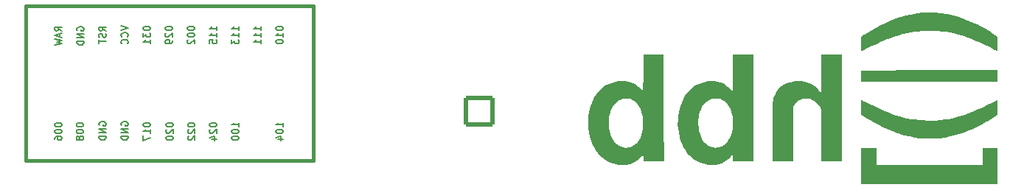
<source format=gbo>
G04 #@! TF.GenerationSoftware,KiCad,Pcbnew,(7.0.0)*
G04 #@! TF.CreationDate,2023-03-07T23:42:06+01:00*
G04 #@! TF.ProjectId,mqz_board,6d717a5f-626f-4617-9264-2e6b69636164,rev?*
G04 #@! TF.SameCoordinates,Original*
G04 #@! TF.FileFunction,Legend,Bot*
G04 #@! TF.FilePolarity,Positive*
%FSLAX46Y46*%
G04 Gerber Fmt 4.6, Leading zero omitted, Abs format (unit mm)*
G04 Created by KiCad (PCBNEW (7.0.0)) date 2023-03-07 23:42:06*
%MOMM*%
%LPD*%
G01*
G04 APERTURE LIST*
G04 Aperture macros list*
%AMRoundRect*
0 Rectangle with rounded corners*
0 $1 Rounding radius*
0 $2 $3 $4 $5 $6 $7 $8 $9 X,Y pos of 4 corners*
0 Add a 4 corners polygon primitive as box body*
4,1,4,$2,$3,$4,$5,$6,$7,$8,$9,$2,$3,0*
0 Add four circle primitives for the rounded corners*
1,1,$1+$1,$2,$3*
1,1,$1+$1,$4,$5*
1,1,$1+$1,$6,$7*
1,1,$1+$1,$8,$9*
0 Add four rect primitives between the rounded corners*
20,1,$1+$1,$2,$3,$4,$5,0*
20,1,$1+$1,$4,$5,$6,$7,0*
20,1,$1+$1,$6,$7,$8,$9,0*
20,1,$1+$1,$8,$9,$2,$3,0*%
G04 Aperture macros list end*
%ADD10C,0.150000*%
%ADD11C,0.381000*%
%ADD12C,1.752600*%
%ADD13O,0.300000X5.800000*%
%ADD14O,2.000000X5.800000*%
%ADD15O,0.300000X1.100000*%
%ADD16O,11.700000X0.300000*%
%ADD17O,11.700000X5.800000*%
%ADD18O,4.500000X1.000000*%
%ADD19O,4.500000X0.300000*%
%ADD20C,1.600000*%
%ADD21O,2.200000X3.500000*%
%ADD22R,1.500000X2.500000*%
%ADD23O,1.500000X2.500000*%
%ADD24R,1.700000X1.700000*%
%ADD25O,1.700000X1.700000*%
%ADD26C,1.700000*%
%ADD27C,3.400000*%
%ADD28C,2.000000*%
%ADD29RoundRect,0.250002X1.499998X-1.499998X1.499998X1.499998X-1.499998X1.499998X-1.499998X-1.499998X0*%
%ADD30C,3.500000*%
G04 APERTURE END LIST*
D10*
X86833904Y-58179475D02*
X86833904Y-57722332D01*
X86833904Y-57950904D02*
X86033904Y-57950904D01*
X86033904Y-57950904D02*
X86148190Y-57874713D01*
X86148190Y-57874713D02*
X86224380Y-57798523D01*
X86224380Y-57798523D02*
X86262476Y-57722332D01*
X86833904Y-58941380D02*
X86833904Y-58484237D01*
X86833904Y-58712809D02*
X86033904Y-58712809D01*
X86033904Y-58712809D02*
X86148190Y-58636618D01*
X86148190Y-58636618D02*
X86224380Y-58560428D01*
X86224380Y-58560428D02*
X86262476Y-58484237D01*
X86033904Y-59665190D02*
X86033904Y-59284238D01*
X86033904Y-59284238D02*
X86414857Y-59246142D01*
X86414857Y-59246142D02*
X86376761Y-59284238D01*
X86376761Y-59284238D02*
X86338666Y-59360428D01*
X86338666Y-59360428D02*
X86338666Y-59550904D01*
X86338666Y-59550904D02*
X86376761Y-59627095D01*
X86376761Y-59627095D02*
X86414857Y-59665190D01*
X86414857Y-59665190D02*
X86491047Y-59703285D01*
X86491047Y-59703285D02*
X86681523Y-59703285D01*
X86681523Y-59703285D02*
X86757714Y-59665190D01*
X86757714Y-59665190D02*
X86795809Y-59627095D01*
X86795809Y-59627095D02*
X86833904Y-59550904D01*
X86833904Y-59550904D02*
X86833904Y-59360428D01*
X86833904Y-59360428D02*
X86795809Y-59284238D01*
X86795809Y-59284238D02*
X86757714Y-59246142D01*
X69053904Y-58223904D02*
X68672952Y-57957237D01*
X69053904Y-57766761D02*
X68253904Y-57766761D01*
X68253904Y-57766761D02*
X68253904Y-58071523D01*
X68253904Y-58071523D02*
X68292000Y-58147713D01*
X68292000Y-58147713D02*
X68330095Y-58185808D01*
X68330095Y-58185808D02*
X68406285Y-58223904D01*
X68406285Y-58223904D02*
X68520571Y-58223904D01*
X68520571Y-58223904D02*
X68596761Y-58185808D01*
X68596761Y-58185808D02*
X68634857Y-58147713D01*
X68634857Y-58147713D02*
X68672952Y-58071523D01*
X68672952Y-58071523D02*
X68672952Y-57766761D01*
X68825333Y-58528665D02*
X68825333Y-58909618D01*
X69053904Y-58452475D02*
X68253904Y-58719142D01*
X68253904Y-58719142D02*
X69053904Y-58985808D01*
X68253904Y-59176284D02*
X69053904Y-59366760D01*
X69053904Y-59366760D02*
X68482476Y-59519141D01*
X68482476Y-59519141D02*
X69053904Y-59671522D01*
X69053904Y-59671522D02*
X68253904Y-59861999D01*
X68253904Y-68987190D02*
X68253904Y-69063380D01*
X68253904Y-69063380D02*
X68292000Y-69139571D01*
X68292000Y-69139571D02*
X68330095Y-69177666D01*
X68330095Y-69177666D02*
X68406285Y-69215761D01*
X68406285Y-69215761D02*
X68558666Y-69253856D01*
X68558666Y-69253856D02*
X68749142Y-69253856D01*
X68749142Y-69253856D02*
X68901523Y-69215761D01*
X68901523Y-69215761D02*
X68977714Y-69177666D01*
X68977714Y-69177666D02*
X69015809Y-69139571D01*
X69015809Y-69139571D02*
X69053904Y-69063380D01*
X69053904Y-69063380D02*
X69053904Y-68987190D01*
X69053904Y-68987190D02*
X69015809Y-68910999D01*
X69015809Y-68910999D02*
X68977714Y-68872904D01*
X68977714Y-68872904D02*
X68901523Y-68834809D01*
X68901523Y-68834809D02*
X68749142Y-68796713D01*
X68749142Y-68796713D02*
X68558666Y-68796713D01*
X68558666Y-68796713D02*
X68406285Y-68834809D01*
X68406285Y-68834809D02*
X68330095Y-68872904D01*
X68330095Y-68872904D02*
X68292000Y-68910999D01*
X68292000Y-68910999D02*
X68253904Y-68987190D01*
X68253904Y-69749095D02*
X68253904Y-69825285D01*
X68253904Y-69825285D02*
X68292000Y-69901476D01*
X68292000Y-69901476D02*
X68330095Y-69939571D01*
X68330095Y-69939571D02*
X68406285Y-69977666D01*
X68406285Y-69977666D02*
X68558666Y-70015761D01*
X68558666Y-70015761D02*
X68749142Y-70015761D01*
X68749142Y-70015761D02*
X68901523Y-69977666D01*
X68901523Y-69977666D02*
X68977714Y-69939571D01*
X68977714Y-69939571D02*
X69015809Y-69901476D01*
X69015809Y-69901476D02*
X69053904Y-69825285D01*
X69053904Y-69825285D02*
X69053904Y-69749095D01*
X69053904Y-69749095D02*
X69015809Y-69672904D01*
X69015809Y-69672904D02*
X68977714Y-69634809D01*
X68977714Y-69634809D02*
X68901523Y-69596714D01*
X68901523Y-69596714D02*
X68749142Y-69558618D01*
X68749142Y-69558618D02*
X68558666Y-69558618D01*
X68558666Y-69558618D02*
X68406285Y-69596714D01*
X68406285Y-69596714D02*
X68330095Y-69634809D01*
X68330095Y-69634809D02*
X68292000Y-69672904D01*
X68292000Y-69672904D02*
X68253904Y-69749095D01*
X68253904Y-70701476D02*
X68253904Y-70549095D01*
X68253904Y-70549095D02*
X68292000Y-70472904D01*
X68292000Y-70472904D02*
X68330095Y-70434809D01*
X68330095Y-70434809D02*
X68444380Y-70358619D01*
X68444380Y-70358619D02*
X68596761Y-70320523D01*
X68596761Y-70320523D02*
X68901523Y-70320523D01*
X68901523Y-70320523D02*
X68977714Y-70358619D01*
X68977714Y-70358619D02*
X69015809Y-70396714D01*
X69015809Y-70396714D02*
X69053904Y-70472904D01*
X69053904Y-70472904D02*
X69053904Y-70625285D01*
X69053904Y-70625285D02*
X69015809Y-70701476D01*
X69015809Y-70701476D02*
X68977714Y-70739571D01*
X68977714Y-70739571D02*
X68901523Y-70777666D01*
X68901523Y-70777666D02*
X68711047Y-70777666D01*
X68711047Y-70777666D02*
X68634857Y-70739571D01*
X68634857Y-70739571D02*
X68596761Y-70701476D01*
X68596761Y-70701476D02*
X68558666Y-70625285D01*
X68558666Y-70625285D02*
X68558666Y-70472904D01*
X68558666Y-70472904D02*
X68596761Y-70396714D01*
X68596761Y-70396714D02*
X68634857Y-70358619D01*
X68634857Y-70358619D02*
X68711047Y-70320523D01*
X75912000Y-69101476D02*
X75873904Y-69025286D01*
X75873904Y-69025286D02*
X75873904Y-68911000D01*
X75873904Y-68911000D02*
X75912000Y-68796714D01*
X75912000Y-68796714D02*
X75988190Y-68720524D01*
X75988190Y-68720524D02*
X76064380Y-68682429D01*
X76064380Y-68682429D02*
X76216761Y-68644333D01*
X76216761Y-68644333D02*
X76331047Y-68644333D01*
X76331047Y-68644333D02*
X76483428Y-68682429D01*
X76483428Y-68682429D02*
X76559619Y-68720524D01*
X76559619Y-68720524D02*
X76635809Y-68796714D01*
X76635809Y-68796714D02*
X76673904Y-68911000D01*
X76673904Y-68911000D02*
X76673904Y-68987191D01*
X76673904Y-68987191D02*
X76635809Y-69101476D01*
X76635809Y-69101476D02*
X76597714Y-69139572D01*
X76597714Y-69139572D02*
X76331047Y-69139572D01*
X76331047Y-69139572D02*
X76331047Y-68987191D01*
X76673904Y-69482429D02*
X75873904Y-69482429D01*
X75873904Y-69482429D02*
X76673904Y-69939572D01*
X76673904Y-69939572D02*
X75873904Y-69939572D01*
X76673904Y-70320524D02*
X75873904Y-70320524D01*
X75873904Y-70320524D02*
X75873904Y-70511000D01*
X75873904Y-70511000D02*
X75912000Y-70625286D01*
X75912000Y-70625286D02*
X75988190Y-70701476D01*
X75988190Y-70701476D02*
X76064380Y-70739571D01*
X76064380Y-70739571D02*
X76216761Y-70777667D01*
X76216761Y-70777667D02*
X76331047Y-70777667D01*
X76331047Y-70777667D02*
X76483428Y-70739571D01*
X76483428Y-70739571D02*
X76559619Y-70701476D01*
X76559619Y-70701476D02*
X76635809Y-70625286D01*
X76635809Y-70625286D02*
X76673904Y-70511000D01*
X76673904Y-70511000D02*
X76673904Y-70320524D01*
X83523904Y-68987190D02*
X83523904Y-69063380D01*
X83523904Y-69063380D02*
X83562000Y-69139571D01*
X83562000Y-69139571D02*
X83600095Y-69177666D01*
X83600095Y-69177666D02*
X83676285Y-69215761D01*
X83676285Y-69215761D02*
X83828666Y-69253856D01*
X83828666Y-69253856D02*
X84019142Y-69253856D01*
X84019142Y-69253856D02*
X84171523Y-69215761D01*
X84171523Y-69215761D02*
X84247714Y-69177666D01*
X84247714Y-69177666D02*
X84285809Y-69139571D01*
X84285809Y-69139571D02*
X84323904Y-69063380D01*
X84323904Y-69063380D02*
X84323904Y-68987190D01*
X84323904Y-68987190D02*
X84285809Y-68910999D01*
X84285809Y-68910999D02*
X84247714Y-68872904D01*
X84247714Y-68872904D02*
X84171523Y-68834809D01*
X84171523Y-68834809D02*
X84019142Y-68796713D01*
X84019142Y-68796713D02*
X83828666Y-68796713D01*
X83828666Y-68796713D02*
X83676285Y-68834809D01*
X83676285Y-68834809D02*
X83600095Y-68872904D01*
X83600095Y-68872904D02*
X83562000Y-68910999D01*
X83562000Y-68910999D02*
X83523904Y-68987190D01*
X83600095Y-69558618D02*
X83562000Y-69596714D01*
X83562000Y-69596714D02*
X83523904Y-69672904D01*
X83523904Y-69672904D02*
X83523904Y-69863380D01*
X83523904Y-69863380D02*
X83562000Y-69939571D01*
X83562000Y-69939571D02*
X83600095Y-69977666D01*
X83600095Y-69977666D02*
X83676285Y-70015761D01*
X83676285Y-70015761D02*
X83752476Y-70015761D01*
X83752476Y-70015761D02*
X83866761Y-69977666D01*
X83866761Y-69977666D02*
X84323904Y-69520523D01*
X84323904Y-69520523D02*
X84323904Y-70015761D01*
X83600095Y-70320523D02*
X83562000Y-70358619D01*
X83562000Y-70358619D02*
X83523904Y-70434809D01*
X83523904Y-70434809D02*
X83523904Y-70625285D01*
X83523904Y-70625285D02*
X83562000Y-70701476D01*
X83562000Y-70701476D02*
X83600095Y-70739571D01*
X83600095Y-70739571D02*
X83676285Y-70777666D01*
X83676285Y-70777666D02*
X83752476Y-70777666D01*
X83752476Y-70777666D02*
X83866761Y-70739571D01*
X83866761Y-70739571D02*
X84323904Y-70282428D01*
X84323904Y-70282428D02*
X84323904Y-70777666D01*
X94453904Y-69253856D02*
X94453904Y-68796713D01*
X94453904Y-69025285D02*
X93653904Y-69025285D01*
X93653904Y-69025285D02*
X93768190Y-68949094D01*
X93768190Y-68949094D02*
X93844380Y-68872904D01*
X93844380Y-68872904D02*
X93882476Y-68796713D01*
X93653904Y-69749095D02*
X93653904Y-69825285D01*
X93653904Y-69825285D02*
X93692000Y-69901476D01*
X93692000Y-69901476D02*
X93730095Y-69939571D01*
X93730095Y-69939571D02*
X93806285Y-69977666D01*
X93806285Y-69977666D02*
X93958666Y-70015761D01*
X93958666Y-70015761D02*
X94149142Y-70015761D01*
X94149142Y-70015761D02*
X94301523Y-69977666D01*
X94301523Y-69977666D02*
X94377714Y-69939571D01*
X94377714Y-69939571D02*
X94415809Y-69901476D01*
X94415809Y-69901476D02*
X94453904Y-69825285D01*
X94453904Y-69825285D02*
X94453904Y-69749095D01*
X94453904Y-69749095D02*
X94415809Y-69672904D01*
X94415809Y-69672904D02*
X94377714Y-69634809D01*
X94377714Y-69634809D02*
X94301523Y-69596714D01*
X94301523Y-69596714D02*
X94149142Y-69558618D01*
X94149142Y-69558618D02*
X93958666Y-69558618D01*
X93958666Y-69558618D02*
X93806285Y-69596714D01*
X93806285Y-69596714D02*
X93730095Y-69634809D01*
X93730095Y-69634809D02*
X93692000Y-69672904D01*
X93692000Y-69672904D02*
X93653904Y-69749095D01*
X93920571Y-70701476D02*
X94453904Y-70701476D01*
X93615809Y-70511000D02*
X94187238Y-70320523D01*
X94187238Y-70320523D02*
X94187238Y-70815762D01*
X73372000Y-69101476D02*
X73333904Y-69025286D01*
X73333904Y-69025286D02*
X73333904Y-68911000D01*
X73333904Y-68911000D02*
X73372000Y-68796714D01*
X73372000Y-68796714D02*
X73448190Y-68720524D01*
X73448190Y-68720524D02*
X73524380Y-68682429D01*
X73524380Y-68682429D02*
X73676761Y-68644333D01*
X73676761Y-68644333D02*
X73791047Y-68644333D01*
X73791047Y-68644333D02*
X73943428Y-68682429D01*
X73943428Y-68682429D02*
X74019619Y-68720524D01*
X74019619Y-68720524D02*
X74095809Y-68796714D01*
X74095809Y-68796714D02*
X74133904Y-68911000D01*
X74133904Y-68911000D02*
X74133904Y-68987191D01*
X74133904Y-68987191D02*
X74095809Y-69101476D01*
X74095809Y-69101476D02*
X74057714Y-69139572D01*
X74057714Y-69139572D02*
X73791047Y-69139572D01*
X73791047Y-69139572D02*
X73791047Y-68987191D01*
X74133904Y-69482429D02*
X73333904Y-69482429D01*
X73333904Y-69482429D02*
X74133904Y-69939572D01*
X74133904Y-69939572D02*
X73333904Y-69939572D01*
X74133904Y-70320524D02*
X73333904Y-70320524D01*
X73333904Y-70320524D02*
X73333904Y-70511000D01*
X73333904Y-70511000D02*
X73372000Y-70625286D01*
X73372000Y-70625286D02*
X73448190Y-70701476D01*
X73448190Y-70701476D02*
X73524380Y-70739571D01*
X73524380Y-70739571D02*
X73676761Y-70777667D01*
X73676761Y-70777667D02*
X73791047Y-70777667D01*
X73791047Y-70777667D02*
X73943428Y-70739571D01*
X73943428Y-70739571D02*
X74019619Y-70701476D01*
X74019619Y-70701476D02*
X74095809Y-70625286D01*
X74095809Y-70625286D02*
X74133904Y-70511000D01*
X74133904Y-70511000D02*
X74133904Y-70320524D01*
X78413904Y-57912809D02*
X78413904Y-57988999D01*
X78413904Y-57988999D02*
X78452000Y-58065190D01*
X78452000Y-58065190D02*
X78490095Y-58103285D01*
X78490095Y-58103285D02*
X78566285Y-58141380D01*
X78566285Y-58141380D02*
X78718666Y-58179475D01*
X78718666Y-58179475D02*
X78909142Y-58179475D01*
X78909142Y-58179475D02*
X79061523Y-58141380D01*
X79061523Y-58141380D02*
X79137714Y-58103285D01*
X79137714Y-58103285D02*
X79175809Y-58065190D01*
X79175809Y-58065190D02*
X79213904Y-57988999D01*
X79213904Y-57988999D02*
X79213904Y-57912809D01*
X79213904Y-57912809D02*
X79175809Y-57836618D01*
X79175809Y-57836618D02*
X79137714Y-57798523D01*
X79137714Y-57798523D02*
X79061523Y-57760428D01*
X79061523Y-57760428D02*
X78909142Y-57722332D01*
X78909142Y-57722332D02*
X78718666Y-57722332D01*
X78718666Y-57722332D02*
X78566285Y-57760428D01*
X78566285Y-57760428D02*
X78490095Y-57798523D01*
X78490095Y-57798523D02*
X78452000Y-57836618D01*
X78452000Y-57836618D02*
X78413904Y-57912809D01*
X78413904Y-58446142D02*
X78413904Y-58941380D01*
X78413904Y-58941380D02*
X78718666Y-58674714D01*
X78718666Y-58674714D02*
X78718666Y-58788999D01*
X78718666Y-58788999D02*
X78756761Y-58865190D01*
X78756761Y-58865190D02*
X78794857Y-58903285D01*
X78794857Y-58903285D02*
X78871047Y-58941380D01*
X78871047Y-58941380D02*
X79061523Y-58941380D01*
X79061523Y-58941380D02*
X79137714Y-58903285D01*
X79137714Y-58903285D02*
X79175809Y-58865190D01*
X79175809Y-58865190D02*
X79213904Y-58788999D01*
X79213904Y-58788999D02*
X79213904Y-58560428D01*
X79213904Y-58560428D02*
X79175809Y-58484237D01*
X79175809Y-58484237D02*
X79137714Y-58446142D01*
X79213904Y-59703285D02*
X79213904Y-59246142D01*
X79213904Y-59474714D02*
X78413904Y-59474714D01*
X78413904Y-59474714D02*
X78528190Y-59398523D01*
X78528190Y-59398523D02*
X78604380Y-59322333D01*
X78604380Y-59322333D02*
X78642476Y-59246142D01*
X83493904Y-57912809D02*
X83493904Y-57988999D01*
X83493904Y-57988999D02*
X83532000Y-58065190D01*
X83532000Y-58065190D02*
X83570095Y-58103285D01*
X83570095Y-58103285D02*
X83646285Y-58141380D01*
X83646285Y-58141380D02*
X83798666Y-58179475D01*
X83798666Y-58179475D02*
X83989142Y-58179475D01*
X83989142Y-58179475D02*
X84141523Y-58141380D01*
X84141523Y-58141380D02*
X84217714Y-58103285D01*
X84217714Y-58103285D02*
X84255809Y-58065190D01*
X84255809Y-58065190D02*
X84293904Y-57988999D01*
X84293904Y-57988999D02*
X84293904Y-57912809D01*
X84293904Y-57912809D02*
X84255809Y-57836618D01*
X84255809Y-57836618D02*
X84217714Y-57798523D01*
X84217714Y-57798523D02*
X84141523Y-57760428D01*
X84141523Y-57760428D02*
X83989142Y-57722332D01*
X83989142Y-57722332D02*
X83798666Y-57722332D01*
X83798666Y-57722332D02*
X83646285Y-57760428D01*
X83646285Y-57760428D02*
X83570095Y-57798523D01*
X83570095Y-57798523D02*
X83532000Y-57836618D01*
X83532000Y-57836618D02*
X83493904Y-57912809D01*
X83493904Y-58674714D02*
X83493904Y-58750904D01*
X83493904Y-58750904D02*
X83532000Y-58827095D01*
X83532000Y-58827095D02*
X83570095Y-58865190D01*
X83570095Y-58865190D02*
X83646285Y-58903285D01*
X83646285Y-58903285D02*
X83798666Y-58941380D01*
X83798666Y-58941380D02*
X83989142Y-58941380D01*
X83989142Y-58941380D02*
X84141523Y-58903285D01*
X84141523Y-58903285D02*
X84217714Y-58865190D01*
X84217714Y-58865190D02*
X84255809Y-58827095D01*
X84255809Y-58827095D02*
X84293904Y-58750904D01*
X84293904Y-58750904D02*
X84293904Y-58674714D01*
X84293904Y-58674714D02*
X84255809Y-58598523D01*
X84255809Y-58598523D02*
X84217714Y-58560428D01*
X84217714Y-58560428D02*
X84141523Y-58522333D01*
X84141523Y-58522333D02*
X83989142Y-58484237D01*
X83989142Y-58484237D02*
X83798666Y-58484237D01*
X83798666Y-58484237D02*
X83646285Y-58522333D01*
X83646285Y-58522333D02*
X83570095Y-58560428D01*
X83570095Y-58560428D02*
X83532000Y-58598523D01*
X83532000Y-58598523D02*
X83493904Y-58674714D01*
X83570095Y-59246142D02*
X83532000Y-59284238D01*
X83532000Y-59284238D02*
X83493904Y-59360428D01*
X83493904Y-59360428D02*
X83493904Y-59550904D01*
X83493904Y-59550904D02*
X83532000Y-59627095D01*
X83532000Y-59627095D02*
X83570095Y-59665190D01*
X83570095Y-59665190D02*
X83646285Y-59703285D01*
X83646285Y-59703285D02*
X83722476Y-59703285D01*
X83722476Y-59703285D02*
X83836761Y-59665190D01*
X83836761Y-59665190D02*
X84293904Y-59208047D01*
X84293904Y-59208047D02*
X84293904Y-59703285D01*
X70723904Y-68987190D02*
X70723904Y-69063380D01*
X70723904Y-69063380D02*
X70762000Y-69139571D01*
X70762000Y-69139571D02*
X70800095Y-69177666D01*
X70800095Y-69177666D02*
X70876285Y-69215761D01*
X70876285Y-69215761D02*
X71028666Y-69253856D01*
X71028666Y-69253856D02*
X71219142Y-69253856D01*
X71219142Y-69253856D02*
X71371523Y-69215761D01*
X71371523Y-69215761D02*
X71447714Y-69177666D01*
X71447714Y-69177666D02*
X71485809Y-69139571D01*
X71485809Y-69139571D02*
X71523904Y-69063380D01*
X71523904Y-69063380D02*
X71523904Y-68987190D01*
X71523904Y-68987190D02*
X71485809Y-68910999D01*
X71485809Y-68910999D02*
X71447714Y-68872904D01*
X71447714Y-68872904D02*
X71371523Y-68834809D01*
X71371523Y-68834809D02*
X71219142Y-68796713D01*
X71219142Y-68796713D02*
X71028666Y-68796713D01*
X71028666Y-68796713D02*
X70876285Y-68834809D01*
X70876285Y-68834809D02*
X70800095Y-68872904D01*
X70800095Y-68872904D02*
X70762000Y-68910999D01*
X70762000Y-68910999D02*
X70723904Y-68987190D01*
X70723904Y-69749095D02*
X70723904Y-69825285D01*
X70723904Y-69825285D02*
X70762000Y-69901476D01*
X70762000Y-69901476D02*
X70800095Y-69939571D01*
X70800095Y-69939571D02*
X70876285Y-69977666D01*
X70876285Y-69977666D02*
X71028666Y-70015761D01*
X71028666Y-70015761D02*
X71219142Y-70015761D01*
X71219142Y-70015761D02*
X71371523Y-69977666D01*
X71371523Y-69977666D02*
X71447714Y-69939571D01*
X71447714Y-69939571D02*
X71485809Y-69901476D01*
X71485809Y-69901476D02*
X71523904Y-69825285D01*
X71523904Y-69825285D02*
X71523904Y-69749095D01*
X71523904Y-69749095D02*
X71485809Y-69672904D01*
X71485809Y-69672904D02*
X71447714Y-69634809D01*
X71447714Y-69634809D02*
X71371523Y-69596714D01*
X71371523Y-69596714D02*
X71219142Y-69558618D01*
X71219142Y-69558618D02*
X71028666Y-69558618D01*
X71028666Y-69558618D02*
X70876285Y-69596714D01*
X70876285Y-69596714D02*
X70800095Y-69634809D01*
X70800095Y-69634809D02*
X70762000Y-69672904D01*
X70762000Y-69672904D02*
X70723904Y-69749095D01*
X71066761Y-70472904D02*
X71028666Y-70396714D01*
X71028666Y-70396714D02*
X70990571Y-70358619D01*
X70990571Y-70358619D02*
X70914380Y-70320523D01*
X70914380Y-70320523D02*
X70876285Y-70320523D01*
X70876285Y-70320523D02*
X70800095Y-70358619D01*
X70800095Y-70358619D02*
X70762000Y-70396714D01*
X70762000Y-70396714D02*
X70723904Y-70472904D01*
X70723904Y-70472904D02*
X70723904Y-70625285D01*
X70723904Y-70625285D02*
X70762000Y-70701476D01*
X70762000Y-70701476D02*
X70800095Y-70739571D01*
X70800095Y-70739571D02*
X70876285Y-70777666D01*
X70876285Y-70777666D02*
X70914380Y-70777666D01*
X70914380Y-70777666D02*
X70990571Y-70739571D01*
X70990571Y-70739571D02*
X71028666Y-70701476D01*
X71028666Y-70701476D02*
X71066761Y-70625285D01*
X71066761Y-70625285D02*
X71066761Y-70472904D01*
X71066761Y-70472904D02*
X71104857Y-70396714D01*
X71104857Y-70396714D02*
X71142952Y-70358619D01*
X71142952Y-70358619D02*
X71219142Y-70320523D01*
X71219142Y-70320523D02*
X71371523Y-70320523D01*
X71371523Y-70320523D02*
X71447714Y-70358619D01*
X71447714Y-70358619D02*
X71485809Y-70396714D01*
X71485809Y-70396714D02*
X71523904Y-70472904D01*
X71523904Y-70472904D02*
X71523904Y-70625285D01*
X71523904Y-70625285D02*
X71485809Y-70701476D01*
X71485809Y-70701476D02*
X71447714Y-70739571D01*
X71447714Y-70739571D02*
X71371523Y-70777666D01*
X71371523Y-70777666D02*
X71219142Y-70777666D01*
X71219142Y-70777666D02*
X71142952Y-70739571D01*
X71142952Y-70739571D02*
X71104857Y-70701476D01*
X71104857Y-70701476D02*
X71066761Y-70625285D01*
X74133904Y-58223905D02*
X73752952Y-57957238D01*
X74133904Y-57766762D02*
X73333904Y-57766762D01*
X73333904Y-57766762D02*
X73333904Y-58071524D01*
X73333904Y-58071524D02*
X73372000Y-58147714D01*
X73372000Y-58147714D02*
X73410095Y-58185809D01*
X73410095Y-58185809D02*
X73486285Y-58223905D01*
X73486285Y-58223905D02*
X73600571Y-58223905D01*
X73600571Y-58223905D02*
X73676761Y-58185809D01*
X73676761Y-58185809D02*
X73714857Y-58147714D01*
X73714857Y-58147714D02*
X73752952Y-58071524D01*
X73752952Y-58071524D02*
X73752952Y-57766762D01*
X74095809Y-58528666D02*
X74133904Y-58642952D01*
X74133904Y-58642952D02*
X74133904Y-58833428D01*
X74133904Y-58833428D02*
X74095809Y-58909619D01*
X74095809Y-58909619D02*
X74057714Y-58947714D01*
X74057714Y-58947714D02*
X73981523Y-58985809D01*
X73981523Y-58985809D02*
X73905333Y-58985809D01*
X73905333Y-58985809D02*
X73829142Y-58947714D01*
X73829142Y-58947714D02*
X73791047Y-58909619D01*
X73791047Y-58909619D02*
X73752952Y-58833428D01*
X73752952Y-58833428D02*
X73714857Y-58681047D01*
X73714857Y-58681047D02*
X73676761Y-58604857D01*
X73676761Y-58604857D02*
X73638666Y-58566762D01*
X73638666Y-58566762D02*
X73562476Y-58528666D01*
X73562476Y-58528666D02*
X73486285Y-58528666D01*
X73486285Y-58528666D02*
X73410095Y-58566762D01*
X73410095Y-58566762D02*
X73372000Y-58604857D01*
X73372000Y-58604857D02*
X73333904Y-58681047D01*
X73333904Y-58681047D02*
X73333904Y-58871524D01*
X73333904Y-58871524D02*
X73372000Y-58985809D01*
X73333904Y-59214381D02*
X73333904Y-59671524D01*
X74133904Y-59442952D02*
X73333904Y-59442952D01*
X75873904Y-57646142D02*
X76673904Y-57912809D01*
X76673904Y-57912809D02*
X75873904Y-58179475D01*
X76597714Y-58903285D02*
X76635809Y-58865189D01*
X76635809Y-58865189D02*
X76673904Y-58750904D01*
X76673904Y-58750904D02*
X76673904Y-58674713D01*
X76673904Y-58674713D02*
X76635809Y-58560427D01*
X76635809Y-58560427D02*
X76559619Y-58484237D01*
X76559619Y-58484237D02*
X76483428Y-58446142D01*
X76483428Y-58446142D02*
X76331047Y-58408046D01*
X76331047Y-58408046D02*
X76216761Y-58408046D01*
X76216761Y-58408046D02*
X76064380Y-58446142D01*
X76064380Y-58446142D02*
X75988190Y-58484237D01*
X75988190Y-58484237D02*
X75912000Y-58560427D01*
X75912000Y-58560427D02*
X75873904Y-58674713D01*
X75873904Y-58674713D02*
X75873904Y-58750904D01*
X75873904Y-58750904D02*
X75912000Y-58865189D01*
X75912000Y-58865189D02*
X75950095Y-58903285D01*
X76597714Y-59703285D02*
X76635809Y-59665189D01*
X76635809Y-59665189D02*
X76673904Y-59550904D01*
X76673904Y-59550904D02*
X76673904Y-59474713D01*
X76673904Y-59474713D02*
X76635809Y-59360427D01*
X76635809Y-59360427D02*
X76559619Y-59284237D01*
X76559619Y-59284237D02*
X76483428Y-59246142D01*
X76483428Y-59246142D02*
X76331047Y-59208046D01*
X76331047Y-59208046D02*
X76216761Y-59208046D01*
X76216761Y-59208046D02*
X76064380Y-59246142D01*
X76064380Y-59246142D02*
X75988190Y-59284237D01*
X75988190Y-59284237D02*
X75912000Y-59360427D01*
X75912000Y-59360427D02*
X75873904Y-59474713D01*
X75873904Y-59474713D02*
X75873904Y-59550904D01*
X75873904Y-59550904D02*
X75912000Y-59665189D01*
X75912000Y-59665189D02*
X75950095Y-59703285D01*
X81023904Y-68987190D02*
X81023904Y-69063380D01*
X81023904Y-69063380D02*
X81062000Y-69139571D01*
X81062000Y-69139571D02*
X81100095Y-69177666D01*
X81100095Y-69177666D02*
X81176285Y-69215761D01*
X81176285Y-69215761D02*
X81328666Y-69253856D01*
X81328666Y-69253856D02*
X81519142Y-69253856D01*
X81519142Y-69253856D02*
X81671523Y-69215761D01*
X81671523Y-69215761D02*
X81747714Y-69177666D01*
X81747714Y-69177666D02*
X81785809Y-69139571D01*
X81785809Y-69139571D02*
X81823904Y-69063380D01*
X81823904Y-69063380D02*
X81823904Y-68987190D01*
X81823904Y-68987190D02*
X81785809Y-68910999D01*
X81785809Y-68910999D02*
X81747714Y-68872904D01*
X81747714Y-68872904D02*
X81671523Y-68834809D01*
X81671523Y-68834809D02*
X81519142Y-68796713D01*
X81519142Y-68796713D02*
X81328666Y-68796713D01*
X81328666Y-68796713D02*
X81176285Y-68834809D01*
X81176285Y-68834809D02*
X81100095Y-68872904D01*
X81100095Y-68872904D02*
X81062000Y-68910999D01*
X81062000Y-68910999D02*
X81023904Y-68987190D01*
X81100095Y-69558618D02*
X81062000Y-69596714D01*
X81062000Y-69596714D02*
X81023904Y-69672904D01*
X81023904Y-69672904D02*
X81023904Y-69863380D01*
X81023904Y-69863380D02*
X81062000Y-69939571D01*
X81062000Y-69939571D02*
X81100095Y-69977666D01*
X81100095Y-69977666D02*
X81176285Y-70015761D01*
X81176285Y-70015761D02*
X81252476Y-70015761D01*
X81252476Y-70015761D02*
X81366761Y-69977666D01*
X81366761Y-69977666D02*
X81823904Y-69520523D01*
X81823904Y-69520523D02*
X81823904Y-70015761D01*
X81023904Y-70511000D02*
X81023904Y-70587190D01*
X81023904Y-70587190D02*
X81062000Y-70663381D01*
X81062000Y-70663381D02*
X81100095Y-70701476D01*
X81100095Y-70701476D02*
X81176285Y-70739571D01*
X81176285Y-70739571D02*
X81328666Y-70777666D01*
X81328666Y-70777666D02*
X81519142Y-70777666D01*
X81519142Y-70777666D02*
X81671523Y-70739571D01*
X81671523Y-70739571D02*
X81747714Y-70701476D01*
X81747714Y-70701476D02*
X81785809Y-70663381D01*
X81785809Y-70663381D02*
X81823904Y-70587190D01*
X81823904Y-70587190D02*
X81823904Y-70511000D01*
X81823904Y-70511000D02*
X81785809Y-70434809D01*
X81785809Y-70434809D02*
X81747714Y-70396714D01*
X81747714Y-70396714D02*
X81671523Y-70358619D01*
X81671523Y-70358619D02*
X81519142Y-70320523D01*
X81519142Y-70320523D02*
X81328666Y-70320523D01*
X81328666Y-70320523D02*
X81176285Y-70358619D01*
X81176285Y-70358619D02*
X81100095Y-70396714D01*
X81100095Y-70396714D02*
X81062000Y-70434809D01*
X81062000Y-70434809D02*
X81023904Y-70511000D01*
X91913904Y-58179475D02*
X91913904Y-57722332D01*
X91913904Y-57950904D02*
X91113904Y-57950904D01*
X91113904Y-57950904D02*
X91228190Y-57874713D01*
X91228190Y-57874713D02*
X91304380Y-57798523D01*
X91304380Y-57798523D02*
X91342476Y-57722332D01*
X91913904Y-58941380D02*
X91913904Y-58484237D01*
X91913904Y-58712809D02*
X91113904Y-58712809D01*
X91113904Y-58712809D02*
X91228190Y-58636618D01*
X91228190Y-58636618D02*
X91304380Y-58560428D01*
X91304380Y-58560428D02*
X91342476Y-58484237D01*
X91913904Y-59703285D02*
X91913904Y-59246142D01*
X91913904Y-59474714D02*
X91113904Y-59474714D01*
X91113904Y-59474714D02*
X91228190Y-59398523D01*
X91228190Y-59398523D02*
X91304380Y-59322333D01*
X91304380Y-59322333D02*
X91342476Y-59246142D01*
X93653904Y-57912809D02*
X93653904Y-57988999D01*
X93653904Y-57988999D02*
X93692000Y-58065190D01*
X93692000Y-58065190D02*
X93730095Y-58103285D01*
X93730095Y-58103285D02*
X93806285Y-58141380D01*
X93806285Y-58141380D02*
X93958666Y-58179475D01*
X93958666Y-58179475D02*
X94149142Y-58179475D01*
X94149142Y-58179475D02*
X94301523Y-58141380D01*
X94301523Y-58141380D02*
X94377714Y-58103285D01*
X94377714Y-58103285D02*
X94415809Y-58065190D01*
X94415809Y-58065190D02*
X94453904Y-57988999D01*
X94453904Y-57988999D02*
X94453904Y-57912809D01*
X94453904Y-57912809D02*
X94415809Y-57836618D01*
X94415809Y-57836618D02*
X94377714Y-57798523D01*
X94377714Y-57798523D02*
X94301523Y-57760428D01*
X94301523Y-57760428D02*
X94149142Y-57722332D01*
X94149142Y-57722332D02*
X93958666Y-57722332D01*
X93958666Y-57722332D02*
X93806285Y-57760428D01*
X93806285Y-57760428D02*
X93730095Y-57798523D01*
X93730095Y-57798523D02*
X93692000Y-57836618D01*
X93692000Y-57836618D02*
X93653904Y-57912809D01*
X94453904Y-58941380D02*
X94453904Y-58484237D01*
X94453904Y-58712809D02*
X93653904Y-58712809D01*
X93653904Y-58712809D02*
X93768190Y-58636618D01*
X93768190Y-58636618D02*
X93844380Y-58560428D01*
X93844380Y-58560428D02*
X93882476Y-58484237D01*
X93653904Y-59436619D02*
X93653904Y-59512809D01*
X93653904Y-59512809D02*
X93692000Y-59589000D01*
X93692000Y-59589000D02*
X93730095Y-59627095D01*
X93730095Y-59627095D02*
X93806285Y-59665190D01*
X93806285Y-59665190D02*
X93958666Y-59703285D01*
X93958666Y-59703285D02*
X94149142Y-59703285D01*
X94149142Y-59703285D02*
X94301523Y-59665190D01*
X94301523Y-59665190D02*
X94377714Y-59627095D01*
X94377714Y-59627095D02*
X94415809Y-59589000D01*
X94415809Y-59589000D02*
X94453904Y-59512809D01*
X94453904Y-59512809D02*
X94453904Y-59436619D01*
X94453904Y-59436619D02*
X94415809Y-59360428D01*
X94415809Y-59360428D02*
X94377714Y-59322333D01*
X94377714Y-59322333D02*
X94301523Y-59284238D01*
X94301523Y-59284238D02*
X94149142Y-59246142D01*
X94149142Y-59246142D02*
X93958666Y-59246142D01*
X93958666Y-59246142D02*
X93806285Y-59284238D01*
X93806285Y-59284238D02*
X93730095Y-59322333D01*
X93730095Y-59322333D02*
X93692000Y-59360428D01*
X93692000Y-59360428D02*
X93653904Y-59436619D01*
X89373904Y-58179475D02*
X89373904Y-57722332D01*
X89373904Y-57950904D02*
X88573904Y-57950904D01*
X88573904Y-57950904D02*
X88688190Y-57874713D01*
X88688190Y-57874713D02*
X88764380Y-57798523D01*
X88764380Y-57798523D02*
X88802476Y-57722332D01*
X89373904Y-58941380D02*
X89373904Y-58484237D01*
X89373904Y-58712809D02*
X88573904Y-58712809D01*
X88573904Y-58712809D02*
X88688190Y-58636618D01*
X88688190Y-58636618D02*
X88764380Y-58560428D01*
X88764380Y-58560428D02*
X88802476Y-58484237D01*
X88573904Y-59208047D02*
X88573904Y-59703285D01*
X88573904Y-59703285D02*
X88878666Y-59436619D01*
X88878666Y-59436619D02*
X88878666Y-59550904D01*
X88878666Y-59550904D02*
X88916761Y-59627095D01*
X88916761Y-59627095D02*
X88954857Y-59665190D01*
X88954857Y-59665190D02*
X89031047Y-59703285D01*
X89031047Y-59703285D02*
X89221523Y-59703285D01*
X89221523Y-59703285D02*
X89297714Y-59665190D01*
X89297714Y-59665190D02*
X89335809Y-59627095D01*
X89335809Y-59627095D02*
X89373904Y-59550904D01*
X89373904Y-59550904D02*
X89373904Y-59322333D01*
X89373904Y-59322333D02*
X89335809Y-59246142D01*
X89335809Y-59246142D02*
X89297714Y-59208047D01*
X70832000Y-58185809D02*
X70793904Y-58109619D01*
X70793904Y-58109619D02*
X70793904Y-57995333D01*
X70793904Y-57995333D02*
X70832000Y-57881047D01*
X70832000Y-57881047D02*
X70908190Y-57804857D01*
X70908190Y-57804857D02*
X70984380Y-57766762D01*
X70984380Y-57766762D02*
X71136761Y-57728666D01*
X71136761Y-57728666D02*
X71251047Y-57728666D01*
X71251047Y-57728666D02*
X71403428Y-57766762D01*
X71403428Y-57766762D02*
X71479619Y-57804857D01*
X71479619Y-57804857D02*
X71555809Y-57881047D01*
X71555809Y-57881047D02*
X71593904Y-57995333D01*
X71593904Y-57995333D02*
X71593904Y-58071524D01*
X71593904Y-58071524D02*
X71555809Y-58185809D01*
X71555809Y-58185809D02*
X71517714Y-58223905D01*
X71517714Y-58223905D02*
X71251047Y-58223905D01*
X71251047Y-58223905D02*
X71251047Y-58071524D01*
X71593904Y-58566762D02*
X70793904Y-58566762D01*
X70793904Y-58566762D02*
X71593904Y-59023905D01*
X71593904Y-59023905D02*
X70793904Y-59023905D01*
X71593904Y-59404857D02*
X70793904Y-59404857D01*
X70793904Y-59404857D02*
X70793904Y-59595333D01*
X70793904Y-59595333D02*
X70832000Y-59709619D01*
X70832000Y-59709619D02*
X70908190Y-59785809D01*
X70908190Y-59785809D02*
X70984380Y-59823904D01*
X70984380Y-59823904D02*
X71136761Y-59862000D01*
X71136761Y-59862000D02*
X71251047Y-59862000D01*
X71251047Y-59862000D02*
X71403428Y-59823904D01*
X71403428Y-59823904D02*
X71479619Y-59785809D01*
X71479619Y-59785809D02*
X71555809Y-59709619D01*
X71555809Y-59709619D02*
X71593904Y-59595333D01*
X71593904Y-59595333D02*
X71593904Y-59404857D01*
X78413904Y-68987190D02*
X78413904Y-69063380D01*
X78413904Y-69063380D02*
X78452000Y-69139571D01*
X78452000Y-69139571D02*
X78490095Y-69177666D01*
X78490095Y-69177666D02*
X78566285Y-69215761D01*
X78566285Y-69215761D02*
X78718666Y-69253856D01*
X78718666Y-69253856D02*
X78909142Y-69253856D01*
X78909142Y-69253856D02*
X79061523Y-69215761D01*
X79061523Y-69215761D02*
X79137714Y-69177666D01*
X79137714Y-69177666D02*
X79175809Y-69139571D01*
X79175809Y-69139571D02*
X79213904Y-69063380D01*
X79213904Y-69063380D02*
X79213904Y-68987190D01*
X79213904Y-68987190D02*
X79175809Y-68910999D01*
X79175809Y-68910999D02*
X79137714Y-68872904D01*
X79137714Y-68872904D02*
X79061523Y-68834809D01*
X79061523Y-68834809D02*
X78909142Y-68796713D01*
X78909142Y-68796713D02*
X78718666Y-68796713D01*
X78718666Y-68796713D02*
X78566285Y-68834809D01*
X78566285Y-68834809D02*
X78490095Y-68872904D01*
X78490095Y-68872904D02*
X78452000Y-68910999D01*
X78452000Y-68910999D02*
X78413904Y-68987190D01*
X79213904Y-70015761D02*
X79213904Y-69558618D01*
X79213904Y-69787190D02*
X78413904Y-69787190D01*
X78413904Y-69787190D02*
X78528190Y-69710999D01*
X78528190Y-69710999D02*
X78604380Y-69634809D01*
X78604380Y-69634809D02*
X78642476Y-69558618D01*
X78413904Y-70282428D02*
X78413904Y-70815762D01*
X78413904Y-70815762D02*
X79213904Y-70472904D01*
X86023904Y-68987190D02*
X86023904Y-69063380D01*
X86023904Y-69063380D02*
X86062000Y-69139571D01*
X86062000Y-69139571D02*
X86100095Y-69177666D01*
X86100095Y-69177666D02*
X86176285Y-69215761D01*
X86176285Y-69215761D02*
X86328666Y-69253856D01*
X86328666Y-69253856D02*
X86519142Y-69253856D01*
X86519142Y-69253856D02*
X86671523Y-69215761D01*
X86671523Y-69215761D02*
X86747714Y-69177666D01*
X86747714Y-69177666D02*
X86785809Y-69139571D01*
X86785809Y-69139571D02*
X86823904Y-69063380D01*
X86823904Y-69063380D02*
X86823904Y-68987190D01*
X86823904Y-68987190D02*
X86785809Y-68910999D01*
X86785809Y-68910999D02*
X86747714Y-68872904D01*
X86747714Y-68872904D02*
X86671523Y-68834809D01*
X86671523Y-68834809D02*
X86519142Y-68796713D01*
X86519142Y-68796713D02*
X86328666Y-68796713D01*
X86328666Y-68796713D02*
X86176285Y-68834809D01*
X86176285Y-68834809D02*
X86100095Y-68872904D01*
X86100095Y-68872904D02*
X86062000Y-68910999D01*
X86062000Y-68910999D02*
X86023904Y-68987190D01*
X86100095Y-69558618D02*
X86062000Y-69596714D01*
X86062000Y-69596714D02*
X86023904Y-69672904D01*
X86023904Y-69672904D02*
X86023904Y-69863380D01*
X86023904Y-69863380D02*
X86062000Y-69939571D01*
X86062000Y-69939571D02*
X86100095Y-69977666D01*
X86100095Y-69977666D02*
X86176285Y-70015761D01*
X86176285Y-70015761D02*
X86252476Y-70015761D01*
X86252476Y-70015761D02*
X86366761Y-69977666D01*
X86366761Y-69977666D02*
X86823904Y-69520523D01*
X86823904Y-69520523D02*
X86823904Y-70015761D01*
X86290571Y-70701476D02*
X86823904Y-70701476D01*
X85985809Y-70511000D02*
X86557238Y-70320523D01*
X86557238Y-70320523D02*
X86557238Y-70815762D01*
X89373904Y-69253856D02*
X89373904Y-68796713D01*
X89373904Y-69025285D02*
X88573904Y-69025285D01*
X88573904Y-69025285D02*
X88688190Y-68949094D01*
X88688190Y-68949094D02*
X88764380Y-68872904D01*
X88764380Y-68872904D02*
X88802476Y-68796713D01*
X88573904Y-69749095D02*
X88573904Y-69825285D01*
X88573904Y-69825285D02*
X88612000Y-69901476D01*
X88612000Y-69901476D02*
X88650095Y-69939571D01*
X88650095Y-69939571D02*
X88726285Y-69977666D01*
X88726285Y-69977666D02*
X88878666Y-70015761D01*
X88878666Y-70015761D02*
X89069142Y-70015761D01*
X89069142Y-70015761D02*
X89221523Y-69977666D01*
X89221523Y-69977666D02*
X89297714Y-69939571D01*
X89297714Y-69939571D02*
X89335809Y-69901476D01*
X89335809Y-69901476D02*
X89373904Y-69825285D01*
X89373904Y-69825285D02*
X89373904Y-69749095D01*
X89373904Y-69749095D02*
X89335809Y-69672904D01*
X89335809Y-69672904D02*
X89297714Y-69634809D01*
X89297714Y-69634809D02*
X89221523Y-69596714D01*
X89221523Y-69596714D02*
X89069142Y-69558618D01*
X89069142Y-69558618D02*
X88878666Y-69558618D01*
X88878666Y-69558618D02*
X88726285Y-69596714D01*
X88726285Y-69596714D02*
X88650095Y-69634809D01*
X88650095Y-69634809D02*
X88612000Y-69672904D01*
X88612000Y-69672904D02*
X88573904Y-69749095D01*
X88573904Y-70511000D02*
X88573904Y-70587190D01*
X88573904Y-70587190D02*
X88612000Y-70663381D01*
X88612000Y-70663381D02*
X88650095Y-70701476D01*
X88650095Y-70701476D02*
X88726285Y-70739571D01*
X88726285Y-70739571D02*
X88878666Y-70777666D01*
X88878666Y-70777666D02*
X89069142Y-70777666D01*
X89069142Y-70777666D02*
X89221523Y-70739571D01*
X89221523Y-70739571D02*
X89297714Y-70701476D01*
X89297714Y-70701476D02*
X89335809Y-70663381D01*
X89335809Y-70663381D02*
X89373904Y-70587190D01*
X89373904Y-70587190D02*
X89373904Y-70511000D01*
X89373904Y-70511000D02*
X89335809Y-70434809D01*
X89335809Y-70434809D02*
X89297714Y-70396714D01*
X89297714Y-70396714D02*
X89221523Y-70358619D01*
X89221523Y-70358619D02*
X89069142Y-70320523D01*
X89069142Y-70320523D02*
X88878666Y-70320523D01*
X88878666Y-70320523D02*
X88726285Y-70358619D01*
X88726285Y-70358619D02*
X88650095Y-70396714D01*
X88650095Y-70396714D02*
X88612000Y-70434809D01*
X88612000Y-70434809D02*
X88573904Y-70511000D01*
X80953904Y-57912809D02*
X80953904Y-57988999D01*
X80953904Y-57988999D02*
X80992000Y-58065190D01*
X80992000Y-58065190D02*
X81030095Y-58103285D01*
X81030095Y-58103285D02*
X81106285Y-58141380D01*
X81106285Y-58141380D02*
X81258666Y-58179475D01*
X81258666Y-58179475D02*
X81449142Y-58179475D01*
X81449142Y-58179475D02*
X81601523Y-58141380D01*
X81601523Y-58141380D02*
X81677714Y-58103285D01*
X81677714Y-58103285D02*
X81715809Y-58065190D01*
X81715809Y-58065190D02*
X81753904Y-57988999D01*
X81753904Y-57988999D02*
X81753904Y-57912809D01*
X81753904Y-57912809D02*
X81715809Y-57836618D01*
X81715809Y-57836618D02*
X81677714Y-57798523D01*
X81677714Y-57798523D02*
X81601523Y-57760428D01*
X81601523Y-57760428D02*
X81449142Y-57722332D01*
X81449142Y-57722332D02*
X81258666Y-57722332D01*
X81258666Y-57722332D02*
X81106285Y-57760428D01*
X81106285Y-57760428D02*
X81030095Y-57798523D01*
X81030095Y-57798523D02*
X80992000Y-57836618D01*
X80992000Y-57836618D02*
X80953904Y-57912809D01*
X81030095Y-58484237D02*
X80992000Y-58522333D01*
X80992000Y-58522333D02*
X80953904Y-58598523D01*
X80953904Y-58598523D02*
X80953904Y-58788999D01*
X80953904Y-58788999D02*
X80992000Y-58865190D01*
X80992000Y-58865190D02*
X81030095Y-58903285D01*
X81030095Y-58903285D02*
X81106285Y-58941380D01*
X81106285Y-58941380D02*
X81182476Y-58941380D01*
X81182476Y-58941380D02*
X81296761Y-58903285D01*
X81296761Y-58903285D02*
X81753904Y-58446142D01*
X81753904Y-58446142D02*
X81753904Y-58941380D01*
X81753904Y-59322333D02*
X81753904Y-59474714D01*
X81753904Y-59474714D02*
X81715809Y-59550904D01*
X81715809Y-59550904D02*
X81677714Y-59589000D01*
X81677714Y-59589000D02*
X81563428Y-59665190D01*
X81563428Y-59665190D02*
X81411047Y-59703285D01*
X81411047Y-59703285D02*
X81106285Y-59703285D01*
X81106285Y-59703285D02*
X81030095Y-59665190D01*
X81030095Y-59665190D02*
X80992000Y-59627095D01*
X80992000Y-59627095D02*
X80953904Y-59550904D01*
X80953904Y-59550904D02*
X80953904Y-59398523D01*
X80953904Y-59398523D02*
X80992000Y-59322333D01*
X80992000Y-59322333D02*
X81030095Y-59284238D01*
X81030095Y-59284238D02*
X81106285Y-59246142D01*
X81106285Y-59246142D02*
X81296761Y-59246142D01*
X81296761Y-59246142D02*
X81372952Y-59284238D01*
X81372952Y-59284238D02*
X81411047Y-59322333D01*
X81411047Y-59322333D02*
X81449142Y-59398523D01*
X81449142Y-59398523D02*
X81449142Y-59550904D01*
X81449142Y-59550904D02*
X81411047Y-59627095D01*
X81411047Y-59627095D02*
X81372952Y-59665190D01*
X81372952Y-59665190D02*
X81296761Y-59703285D01*
D11*
X64950000Y-55360000D02*
X64950000Y-73140000D01*
X64950000Y-73140000D02*
X97970000Y-73140000D01*
X97970000Y-55360000D02*
X64950000Y-55360000D01*
X97970000Y-73140000D02*
X97970000Y-55360000D01*
G36*
X176550382Y-63429861D02*
G01*
X176550382Y-64107367D01*
X168710702Y-64107367D01*
X160871022Y-64107367D01*
X160876705Y-63435267D01*
X160882388Y-62763167D01*
X168716385Y-62757761D01*
X176550382Y-62752355D01*
X176550382Y-63429861D01*
G37*
G36*
X162613718Y-72667269D02*
G01*
X162613718Y-73613623D01*
X168716385Y-73608209D01*
X174819052Y-73602794D01*
X174824655Y-72661855D01*
X174830258Y-71720915D01*
X175690320Y-71720915D01*
X176550382Y-71720915D01*
X176550382Y-73764098D01*
X176550382Y-75807282D01*
X168711008Y-75807282D01*
X160871635Y-75807282D01*
X160871635Y-73764098D01*
X160871635Y-71720915D01*
X161742676Y-71720915D01*
X162613718Y-71720915D01*
X162613718Y-72667269D01*
G37*
G36*
X176550382Y-67018342D02*
G01*
X176550382Y-67864786D01*
X176125614Y-68133339D01*
X176039590Y-68187598D01*
X175759308Y-68362229D01*
X175500778Y-68519508D01*
X175253794Y-68665495D01*
X175008147Y-68806248D01*
X174753631Y-68947828D01*
X174383308Y-69145366D01*
X173718467Y-69470567D01*
X173060192Y-69754098D01*
X172407335Y-69996300D01*
X171758748Y-70197513D01*
X171113285Y-70358078D01*
X170469799Y-70478335D01*
X169827141Y-70558623D01*
X169184166Y-70599284D01*
X168962935Y-70604770D01*
X168298101Y-70599276D01*
X167652975Y-70559400D01*
X167021924Y-70484360D01*
X166399315Y-70373375D01*
X165779517Y-70225663D01*
X165156895Y-70040442D01*
X165039251Y-70001463D01*
X164623729Y-69854004D01*
X164209401Y-69691164D01*
X163792388Y-69510990D01*
X163368814Y-69311531D01*
X162934801Y-69090836D01*
X162486471Y-68846952D01*
X162019947Y-68577929D01*
X161531352Y-68281815D01*
X161016808Y-67956658D01*
X160871635Y-67863228D01*
X160871635Y-67028397D01*
X160871700Y-66941996D01*
X160872634Y-66716274D01*
X160874660Y-66529996D01*
X160877758Y-66383875D01*
X160881911Y-66278622D01*
X160887100Y-66214948D01*
X160893307Y-66193565D01*
X160893979Y-66193641D01*
X160921357Y-66204516D01*
X160981528Y-66232071D01*
X161069342Y-66273830D01*
X161179647Y-66327320D01*
X161307289Y-66390064D01*
X161447118Y-66459589D01*
X161745774Y-66607540D01*
X162334593Y-66890560D01*
X162894333Y-67147245D01*
X163427549Y-67378532D01*
X163936795Y-67585362D01*
X164424628Y-67768673D01*
X164893600Y-67929405D01*
X165346268Y-68068496D01*
X165785186Y-68186885D01*
X166212909Y-68285511D01*
X166631991Y-68365314D01*
X166641186Y-68366873D01*
X167058733Y-68427690D01*
X167506095Y-68475014D01*
X167972352Y-68508403D01*
X168446580Y-68527416D01*
X168917858Y-68531610D01*
X169375264Y-68520544D01*
X169807875Y-68493776D01*
X170017718Y-68474495D01*
X170423502Y-68426715D01*
X170827086Y-68364659D01*
X171231492Y-68287328D01*
X171639743Y-68193725D01*
X172054862Y-68082851D01*
X172479872Y-67953709D01*
X172917796Y-67805301D01*
X173371656Y-67636629D01*
X173844477Y-67446695D01*
X174339280Y-67234500D01*
X174859090Y-66999048D01*
X175406928Y-66739340D01*
X175985818Y-66454379D01*
X176550382Y-66171898D01*
X176550382Y-67018342D01*
G37*
G36*
X169337842Y-56148968D02*
G01*
X170027893Y-56208506D01*
X170714938Y-56309759D01*
X171397188Y-56452626D01*
X172072850Y-56637004D01*
X172740135Y-56862791D01*
X172888549Y-56919297D01*
X173309126Y-57091966D01*
X173750241Y-57289963D01*
X174204724Y-57509522D01*
X174665405Y-57746878D01*
X175125114Y-57998267D01*
X175576682Y-58259921D01*
X176012939Y-58528076D01*
X176426715Y-58798966D01*
X176550382Y-58882721D01*
X176550382Y-59720700D01*
X176550361Y-59768537D01*
X176549889Y-59950489D01*
X176548848Y-60117105D01*
X176547308Y-60263770D01*
X176545340Y-60385874D01*
X176543014Y-60478802D01*
X176540401Y-60537941D01*
X176537571Y-60558679D01*
X176529287Y-60555582D01*
X176487758Y-60536422D01*
X176416572Y-60502100D01*
X176321277Y-60455328D01*
X176207418Y-60398816D01*
X176080543Y-60335275D01*
X175494966Y-60045631D01*
X174922870Y-59773488D01*
X174378166Y-59526562D01*
X173857727Y-59303995D01*
X173358425Y-59104931D01*
X172877135Y-58928513D01*
X172410728Y-58773883D01*
X171956079Y-58640185D01*
X171510059Y-58526562D01*
X171069542Y-58432157D01*
X170631402Y-58356113D01*
X170192510Y-58297572D01*
X169749740Y-58255679D01*
X169299965Y-58229575D01*
X168840059Y-58218404D01*
X168366893Y-58221310D01*
X168288139Y-58223068D01*
X167813437Y-58242103D01*
X167366718Y-58275981D01*
X166936773Y-58326218D01*
X166512391Y-58394326D01*
X166082363Y-58481819D01*
X165635479Y-58590213D01*
X165578757Y-58605085D01*
X165238721Y-58699632D01*
X164897194Y-58804194D01*
X164550358Y-58920300D01*
X164194396Y-59049478D01*
X163825489Y-59193257D01*
X163439821Y-59353166D01*
X163033574Y-59530732D01*
X162602930Y-59727484D01*
X162144073Y-59944951D01*
X161653184Y-60184660D01*
X161607768Y-60207112D01*
X161443546Y-60288101D01*
X161292599Y-60362247D01*
X161159137Y-60427503D01*
X161047367Y-60481822D01*
X160961498Y-60523155D01*
X160905740Y-60549457D01*
X160884302Y-60558679D01*
X160883592Y-60557373D01*
X160880839Y-60526701D01*
X160878318Y-60458773D01*
X160876098Y-60358206D01*
X160874250Y-60229616D01*
X160872844Y-60077619D01*
X160871949Y-59906831D01*
X160871635Y-59721868D01*
X160871635Y-58885057D01*
X161221127Y-58659824D01*
X161287199Y-58617376D01*
X161915980Y-58227235D01*
X162526783Y-57873955D01*
X163121702Y-57556565D01*
X163702826Y-57274095D01*
X164272247Y-57025573D01*
X164832058Y-56810030D01*
X165384348Y-56626495D01*
X165931209Y-56473997D01*
X166583399Y-56330016D01*
X167267564Y-56221669D01*
X167955887Y-56155447D01*
X168646577Y-56131247D01*
X169337842Y-56148968D01*
G37*
G36*
X157489727Y-60951002D02*
G01*
X158667147Y-60956562D01*
X158672561Y-67102244D01*
X158677975Y-73247926D01*
X157495641Y-73247926D01*
X156313308Y-73247926D01*
X156306700Y-70371338D01*
X156306682Y-70363586D01*
X156305736Y-69954644D01*
X156304848Y-69586398D01*
X156303978Y-69256569D01*
X156303086Y-68962880D01*
X156302133Y-68703053D01*
X156301078Y-68474811D01*
X156299882Y-68275876D01*
X156298505Y-68103969D01*
X156296907Y-67956814D01*
X156295048Y-67832132D01*
X156292888Y-67727646D01*
X156290389Y-67641078D01*
X156287509Y-67570150D01*
X156284209Y-67512585D01*
X156280449Y-67466104D01*
X156276189Y-67428430D01*
X156271390Y-67397285D01*
X156266012Y-67370392D01*
X156260014Y-67345473D01*
X156253358Y-67320249D01*
X156167219Y-67065267D01*
X156044718Y-66822794D01*
X155890722Y-66609438D01*
X155705885Y-66425845D01*
X155490864Y-66272661D01*
X155246314Y-66150529D01*
X154972891Y-66060096D01*
X154970576Y-66059501D01*
X154838460Y-66034494D01*
X154682201Y-66018625D01*
X154514999Y-66012049D01*
X154350054Y-66014921D01*
X154200566Y-66027395D01*
X154079735Y-66049627D01*
X153959629Y-66085696D01*
X153771601Y-66164713D01*
X153606288Y-66268316D01*
X153452333Y-66402898D01*
X153339922Y-66526049D01*
X153240147Y-66667615D01*
X153163225Y-66823477D01*
X153100958Y-67007752D01*
X153054297Y-67172142D01*
X153048018Y-70210034D01*
X153041739Y-73247926D01*
X151859481Y-73247926D01*
X150677223Y-73247926D01*
X150677223Y-70027091D01*
X150677223Y-70021776D01*
X150677237Y-69568248D01*
X150677321Y-69155495D01*
X150677540Y-68781302D01*
X150677959Y-68443454D01*
X150678644Y-68139736D01*
X150679660Y-67867933D01*
X150681070Y-67625831D01*
X150682941Y-67411214D01*
X150685337Y-67221868D01*
X150688323Y-67055578D01*
X150691965Y-66910129D01*
X150696326Y-66783305D01*
X150701473Y-66672893D01*
X150707470Y-66576678D01*
X150714383Y-66492444D01*
X150722275Y-66417976D01*
X150731213Y-66351061D01*
X150741261Y-66289482D01*
X150752484Y-66231025D01*
X150764947Y-66173476D01*
X150778716Y-66114619D01*
X150793854Y-66052239D01*
X150878620Y-65759286D01*
X150990054Y-65482088D01*
X151127138Y-65232148D01*
X151293013Y-65003787D01*
X151490818Y-64791323D01*
X151718335Y-64596323D01*
X151976892Y-64423202D01*
X152263579Y-64276560D01*
X152583106Y-64153648D01*
X152680051Y-64123387D01*
X152998450Y-64048144D01*
X153328397Y-64004084D01*
X153663525Y-63990691D01*
X153997467Y-64007447D01*
X154323855Y-64053835D01*
X154636323Y-64129339D01*
X154928503Y-64233441D01*
X155194029Y-64365625D01*
X155254710Y-64402232D01*
X155508235Y-64579861D01*
X155752657Y-64789626D01*
X155978509Y-65022807D01*
X156176326Y-65270682D01*
X156301355Y-65445316D01*
X156306831Y-63195379D01*
X156312307Y-60945442D01*
X157489727Y-60951002D01*
G37*
G36*
X148501139Y-68784072D02*
G01*
X148505071Y-73247926D01*
X147322565Y-73247926D01*
X146140060Y-73247926D01*
X146134255Y-72795180D01*
X146128451Y-72342434D01*
X146010161Y-72509738D01*
X145965858Y-72568783D01*
X145884872Y-72667383D01*
X145793840Y-72770394D01*
X145705339Y-72863235D01*
X145642995Y-72923556D01*
X145397988Y-73126663D01*
X145132843Y-73294669D01*
X144844842Y-73428896D01*
X144531266Y-73530669D01*
X144189396Y-73601311D01*
X144180458Y-73602673D01*
X144020934Y-73620044D01*
X143834634Y-73629875D01*
X143636228Y-73631990D01*
X143440383Y-73626214D01*
X143261769Y-73612372D01*
X143080108Y-73587352D01*
X142723478Y-73506582D01*
X142379307Y-73386467D01*
X142049294Y-73228683D01*
X141735137Y-73034905D01*
X141438534Y-72806810D01*
X141161184Y-72546074D01*
X140904785Y-72254372D01*
X140671036Y-71933382D01*
X140461635Y-71584778D01*
X140278280Y-71210238D01*
X140122671Y-70811437D01*
X139996505Y-70390051D01*
X139898919Y-69942765D01*
X139829316Y-69443634D01*
X139801109Y-68957261D01*
X142168458Y-68957261D01*
X142196395Y-69352752D01*
X142258745Y-69734915D01*
X142355210Y-70097121D01*
X142453642Y-70362374D01*
X142591825Y-70646246D01*
X142752794Y-70897929D01*
X142935205Y-71116051D01*
X143137716Y-71299242D01*
X143358983Y-71446131D01*
X143597666Y-71555348D01*
X143852419Y-71625521D01*
X143895151Y-71633003D01*
X144125363Y-71652423D01*
X144362490Y-71640778D01*
X144593064Y-71599425D01*
X144803618Y-71529721D01*
X144837476Y-71514892D01*
X145075553Y-71384294D01*
X145290911Y-71217510D01*
X145483245Y-71015027D01*
X145652248Y-70777332D01*
X145797615Y-70504911D01*
X145919039Y-70198252D01*
X146016215Y-69857841D01*
X146088836Y-69484166D01*
X146100873Y-69393122D01*
X146116772Y-69208874D01*
X146126155Y-69002248D01*
X146129103Y-68784072D01*
X146125693Y-68565172D01*
X146116004Y-68356378D01*
X146100116Y-68168516D01*
X146078108Y-68012414D01*
X146042039Y-67837045D01*
X145949633Y-67503910D01*
X145831683Y-67198573D01*
X145689351Y-66922868D01*
X145523799Y-66678628D01*
X145336190Y-66467686D01*
X145127685Y-66291877D01*
X144899448Y-66153034D01*
X144822305Y-66115408D01*
X144698227Y-66062718D01*
X144581417Y-66026484D01*
X144459395Y-66003979D01*
X144319679Y-65992475D01*
X144149789Y-65989247D01*
X144136650Y-65989254D01*
X144008832Y-65990563D01*
X143911486Y-65995001D01*
X143833123Y-66003822D01*
X143762253Y-66018275D01*
X143687384Y-66039614D01*
X143599738Y-66069643D01*
X143357708Y-66182594D01*
X143134326Y-66332822D01*
X142930872Y-66518644D01*
X142748625Y-66738376D01*
X142588863Y-66990332D01*
X142452866Y-67272830D01*
X142341913Y-67584184D01*
X142257283Y-67922710D01*
X142217019Y-68152803D01*
X142175233Y-68555069D01*
X142168458Y-68957261D01*
X139801109Y-68957261D01*
X139800378Y-68944655D01*
X139812605Y-68451097D01*
X139845068Y-68090435D01*
X139915246Y-67618150D01*
X140016707Y-67165138D01*
X140151246Y-66723749D01*
X140320660Y-66286331D01*
X140333644Y-66256248D01*
X140513529Y-65885667D01*
X140715722Y-65550618D01*
X140942043Y-65248906D01*
X141194314Y-64978332D01*
X141474358Y-64736701D01*
X141783997Y-64521814D01*
X141936910Y-64433478D01*
X142182824Y-64312732D01*
X142444753Y-64205488D01*
X142707601Y-64117751D01*
X142956271Y-64055525D01*
X142968708Y-64053062D01*
X143237572Y-64013249D01*
X143525221Y-63993442D01*
X143817446Y-63993655D01*
X144100037Y-64013899D01*
X144358786Y-64054190D01*
X144371558Y-64056877D01*
X144697110Y-64147408D01*
X145006275Y-64275955D01*
X145295609Y-64440281D01*
X145561666Y-64638152D01*
X145800998Y-64867331D01*
X146010161Y-65125583D01*
X146128451Y-65292380D01*
X146133930Y-63118911D01*
X146139409Y-60945442D01*
X147316826Y-60951002D01*
X148494243Y-60956562D01*
X148499657Y-67102244D01*
X148501139Y-68784072D01*
G37*
G36*
X138199191Y-68784072D02*
G01*
X138203123Y-73247926D01*
X137020618Y-73247926D01*
X135838112Y-73247926D01*
X135832308Y-72795180D01*
X135826503Y-72342434D01*
X135708214Y-72509738D01*
X135663910Y-72568783D01*
X135582924Y-72667383D01*
X135491893Y-72770394D01*
X135403391Y-72863235D01*
X135341047Y-72923556D01*
X135096040Y-73126663D01*
X134830895Y-73294669D01*
X134542895Y-73428896D01*
X134229318Y-73530669D01*
X133887449Y-73601311D01*
X133878511Y-73602673D01*
X133718986Y-73620044D01*
X133532687Y-73629875D01*
X133334281Y-73631990D01*
X133138436Y-73626214D01*
X132959822Y-73612372D01*
X132778161Y-73587352D01*
X132421531Y-73506582D01*
X132077360Y-73386467D01*
X131747346Y-73228683D01*
X131433189Y-73034905D01*
X131136586Y-72806810D01*
X130859236Y-72546074D01*
X130602837Y-72254372D01*
X130369088Y-71933382D01*
X130159687Y-71584778D01*
X129976333Y-71210238D01*
X129820723Y-70811437D01*
X129694557Y-70390051D01*
X129596971Y-69942765D01*
X129527368Y-69443634D01*
X129499162Y-68957261D01*
X131866511Y-68957261D01*
X131894447Y-69352752D01*
X131956797Y-69734915D01*
X132053262Y-70097121D01*
X132151695Y-70362374D01*
X132289878Y-70646246D01*
X132450846Y-70897929D01*
X132633257Y-71116051D01*
X132835768Y-71299242D01*
X133057036Y-71446131D01*
X133295718Y-71555348D01*
X133550472Y-71625521D01*
X133593203Y-71633003D01*
X133823416Y-71652423D01*
X134060543Y-71640778D01*
X134291117Y-71599425D01*
X134501670Y-71529721D01*
X134535529Y-71514892D01*
X134773606Y-71384294D01*
X134988964Y-71217510D01*
X135181298Y-71015027D01*
X135350301Y-70777332D01*
X135495668Y-70504911D01*
X135617092Y-70198252D01*
X135714267Y-69857841D01*
X135786888Y-69484166D01*
X135798925Y-69393122D01*
X135814824Y-69208874D01*
X135824208Y-69002248D01*
X135827155Y-68784072D01*
X135823745Y-68565172D01*
X135814057Y-68356378D01*
X135798169Y-68168516D01*
X135776160Y-68012414D01*
X135740092Y-67837045D01*
X135647686Y-67503910D01*
X135529736Y-67198573D01*
X135387404Y-66922868D01*
X135221852Y-66678628D01*
X135034243Y-66467686D01*
X134825738Y-66291877D01*
X134597500Y-66153034D01*
X134520358Y-66115408D01*
X134396279Y-66062718D01*
X134279469Y-66026484D01*
X134157447Y-66003979D01*
X134017731Y-65992475D01*
X133847841Y-65989247D01*
X133834703Y-65989254D01*
X133706884Y-65990563D01*
X133609539Y-65995001D01*
X133531176Y-66003822D01*
X133460305Y-66018275D01*
X133385437Y-66039614D01*
X133297790Y-66069643D01*
X133055760Y-66182594D01*
X132832379Y-66332822D01*
X132628925Y-66518644D01*
X132446677Y-66738376D01*
X132286916Y-66990332D01*
X132150919Y-67272830D01*
X132039966Y-67584184D01*
X131955336Y-67922710D01*
X131915071Y-68152803D01*
X131873286Y-68555069D01*
X131866511Y-68957261D01*
X129499162Y-68957261D01*
X129498431Y-68944655D01*
X129510658Y-68451097D01*
X129543120Y-68090435D01*
X129613298Y-67618150D01*
X129714759Y-67165138D01*
X129849299Y-66723749D01*
X130018713Y-66286331D01*
X130031696Y-66256248D01*
X130211582Y-65885667D01*
X130413774Y-65550618D01*
X130640095Y-65248906D01*
X130892367Y-64978332D01*
X131172411Y-64736701D01*
X131482050Y-64521814D01*
X131634963Y-64433478D01*
X131880877Y-64312732D01*
X132142806Y-64205488D01*
X132405653Y-64117751D01*
X132654324Y-64055525D01*
X132666760Y-64053062D01*
X132935625Y-64013249D01*
X133223274Y-63993442D01*
X133515498Y-63993655D01*
X133798089Y-64013899D01*
X134056839Y-64054190D01*
X134069611Y-64056877D01*
X134395162Y-64147408D01*
X134704328Y-64275955D01*
X134993662Y-64440281D01*
X135259718Y-64638152D01*
X135499051Y-64867331D01*
X135708214Y-65125583D01*
X135826503Y-65292380D01*
X135831983Y-63118911D01*
X135837462Y-60945442D01*
X137014879Y-60951002D01*
X138192295Y-60956562D01*
X138197709Y-67102244D01*
X138199191Y-68784072D01*
G37*
D12*
X68760000Y-71870000D03*
X71300000Y-71870000D03*
X73840000Y-71870000D03*
X76380000Y-71870000D03*
X78920000Y-71870000D03*
X81460000Y-71870000D03*
X84000000Y-71870000D03*
X86540000Y-71870000D03*
X89080000Y-71870000D03*
X91620000Y-71870000D03*
X94160000Y-71870000D03*
X96700000Y-71870000D03*
X96700000Y-56630000D03*
X94160000Y-56630000D03*
X91620000Y-56630000D03*
X89080000Y-56630000D03*
X86540000Y-56630000D03*
X84000000Y-56630000D03*
X81460000Y-56630000D03*
X78920000Y-56630000D03*
X76380000Y-56630000D03*
X73840000Y-56630000D03*
X71300000Y-56630000D03*
X68760000Y-56630000D03*
X91620000Y-69330000D03*
X91620000Y-66790000D03*
X91620000Y-64250000D03*
%LPC*%
D13*
X192299999Y-116999999D03*
D14*
X193149999Y-116999999D03*
D15*
X195899999Y-120249999D03*
D16*
X197999999Y-114249999D03*
D17*
X197999999Y-116999999D03*
D16*
X197999999Y-119749999D03*
D18*
X197999999Y-120299999D03*
D19*
X197999999Y-120649999D03*
D15*
X200099999Y-120249999D03*
D14*
X202849999Y-116999999D03*
D13*
X203699999Y-116999999D03*
D20*
X200000000Y-122400000D03*
X193420000Y-122100000D03*
X192700000Y-112250000D03*
X203300000Y-112250000D03*
D13*
X228299999Y-99999999D03*
D14*
X229149999Y-99999999D03*
D15*
X231899999Y-103249999D03*
D16*
X233999999Y-97249999D03*
D17*
X233999999Y-99999999D03*
D16*
X233999999Y-102749999D03*
D18*
X233999999Y-103299999D03*
D19*
X233999999Y-103649999D03*
D15*
X236099999Y-103249999D03*
D14*
X238849999Y-99999999D03*
D13*
X239699999Y-99999999D03*
D20*
X236000000Y-105400000D03*
X229420000Y-105100000D03*
X228700000Y-95250000D03*
X239300000Y-95250000D03*
D13*
X210299999Y-99999999D03*
D14*
X211149999Y-99999999D03*
D15*
X213899999Y-103249999D03*
D16*
X215999999Y-97249999D03*
D17*
X215999999Y-99999999D03*
D16*
X215999999Y-102749999D03*
D18*
X215999999Y-103299999D03*
D19*
X215999999Y-103649999D03*
D15*
X218099999Y-103249999D03*
D14*
X220849999Y-99999999D03*
D13*
X221699999Y-99999999D03*
D20*
X218000000Y-105400000D03*
X211420000Y-105100000D03*
X210700000Y-95250000D03*
X221300000Y-95250000D03*
D13*
X102299999Y-116999999D03*
D14*
X103149999Y-116999999D03*
D15*
X105899999Y-120249999D03*
D16*
X107999999Y-114249999D03*
D17*
X107999999Y-116999999D03*
D16*
X107999999Y-119749999D03*
D18*
X107999999Y-120299999D03*
D19*
X107999999Y-120649999D03*
D15*
X110099999Y-120249999D03*
D14*
X112849999Y-116999999D03*
D13*
X113699999Y-116999999D03*
D20*
X110000000Y-122400000D03*
X103420000Y-122100000D03*
X102700000Y-112250000D03*
X113300000Y-112250000D03*
D13*
X138299999Y-82999999D03*
D14*
X139149999Y-82999999D03*
D15*
X141899999Y-86249999D03*
D16*
X143999999Y-80249999D03*
D17*
X143999999Y-82999999D03*
D16*
X143999999Y-85749999D03*
D18*
X143999999Y-86299999D03*
D19*
X143999999Y-86649999D03*
D15*
X146099999Y-86249999D03*
D14*
X148849999Y-82999999D03*
D13*
X149699999Y-82999999D03*
D20*
X146000000Y-88400000D03*
X139420000Y-88100000D03*
X138700000Y-78250000D03*
X149300000Y-78250000D03*
D13*
X138299999Y-99999999D03*
D14*
X139149999Y-99999999D03*
D15*
X141899999Y-103249999D03*
D16*
X143999999Y-97249999D03*
D17*
X143999999Y-99999999D03*
D16*
X143999999Y-102749999D03*
D18*
X143999999Y-103299999D03*
D19*
X143999999Y-103649999D03*
D15*
X146099999Y-103249999D03*
D14*
X148849999Y-99999999D03*
D13*
X149699999Y-99999999D03*
D20*
X146000000Y-105400000D03*
X139420000Y-105100000D03*
X138700000Y-95250000D03*
X149300000Y-95250000D03*
D21*
X220349999Y-58249999D03*
X212149999Y-58249999D03*
D22*
X218249999Y-58249999D03*
D23*
X216249999Y-58249999D03*
X214249999Y-58249999D03*
D13*
X133799999Y-133999999D03*
D14*
X134649999Y-133999999D03*
D15*
X137399999Y-137249999D03*
D16*
X139499999Y-131249999D03*
D17*
X139499999Y-133999999D03*
D16*
X139499999Y-136749999D03*
D18*
X139499999Y-137299999D03*
D19*
X139499999Y-137649999D03*
D15*
X141599999Y-137249999D03*
D14*
X144349999Y-133999999D03*
D13*
X145199999Y-133999999D03*
D20*
X141500000Y-139400000D03*
X134920000Y-139100000D03*
X134200000Y-129250000D03*
X144800000Y-129250000D03*
D13*
X228299999Y-82999999D03*
D14*
X229149999Y-82999999D03*
D15*
X231899999Y-86249999D03*
D16*
X233999999Y-80249999D03*
D17*
X233999999Y-82999999D03*
D16*
X233999999Y-85749999D03*
D18*
X233999999Y-86299999D03*
D19*
X233999999Y-86649999D03*
D15*
X236099999Y-86249999D03*
D14*
X238849999Y-82999999D03*
D13*
X239699999Y-82999999D03*
D20*
X236000000Y-88400000D03*
X229420000Y-88100000D03*
X228700000Y-78250000D03*
X239300000Y-78250000D03*
D13*
X66299999Y-116999999D03*
D14*
X67149999Y-116999999D03*
D15*
X69899999Y-120249999D03*
D16*
X71999999Y-114249999D03*
D17*
X71999999Y-116999999D03*
D16*
X71999999Y-119749999D03*
D18*
X71999999Y-120299999D03*
D19*
X71999999Y-120649999D03*
D15*
X74099999Y-120249999D03*
D14*
X76849999Y-116999999D03*
D13*
X77699999Y-116999999D03*
D20*
X74000000Y-122400000D03*
X67420000Y-122100000D03*
X66700000Y-112250000D03*
X77300000Y-112250000D03*
D13*
X156299999Y-82999999D03*
D14*
X157149999Y-82999999D03*
D15*
X159899999Y-86249999D03*
D16*
X161999999Y-80249999D03*
D17*
X161999999Y-82999999D03*
D16*
X161999999Y-85749999D03*
D18*
X161999999Y-86299999D03*
D19*
X161999999Y-86649999D03*
D15*
X164099999Y-86249999D03*
D14*
X166849999Y-82999999D03*
D13*
X167699999Y-82999999D03*
D20*
X164000000Y-88400000D03*
X157420000Y-88100000D03*
X156700000Y-78250000D03*
X167300000Y-78250000D03*
D12*
X68760000Y-71870000D03*
X71300000Y-71870000D03*
X73840000Y-71870000D03*
X76380000Y-71870000D03*
X78920000Y-71870000D03*
X81460000Y-71870000D03*
X84000000Y-71870000D03*
X86540000Y-71870000D03*
X89080000Y-71870000D03*
X91620000Y-71870000D03*
X94160000Y-71870000D03*
X96700000Y-71870000D03*
X96700000Y-56630000D03*
X94160000Y-56630000D03*
X91620000Y-56630000D03*
X89080000Y-56630000D03*
X86540000Y-56630000D03*
X84000000Y-56630000D03*
X81460000Y-56630000D03*
X78920000Y-56630000D03*
X76380000Y-56630000D03*
X73840000Y-56630000D03*
X71300000Y-56630000D03*
X68760000Y-56630000D03*
X91620000Y-69330000D03*
X91620000Y-66790000D03*
X91620000Y-64250000D03*
D13*
X156299999Y-99999999D03*
D14*
X157149999Y-99999999D03*
D15*
X159899999Y-103249999D03*
D16*
X161999999Y-97249999D03*
D17*
X161999999Y-99999999D03*
D16*
X161999999Y-102749999D03*
D18*
X161999999Y-103299999D03*
D19*
X161999999Y-103649999D03*
D15*
X164099999Y-103249999D03*
D14*
X166849999Y-99999999D03*
D13*
X167699999Y-99999999D03*
D20*
X164000000Y-105400000D03*
X157420000Y-105100000D03*
X156700000Y-95250000D03*
X167300000Y-95250000D03*
D24*
X198399999Y-68739999D03*
D25*
X198399999Y-66199999D03*
X198399999Y-63659999D03*
X198399999Y-61119999D03*
X198399999Y-58579999D03*
D13*
X192299999Y-99999999D03*
D14*
X193149999Y-99999999D03*
D15*
X195899999Y-103249999D03*
D16*
X197999999Y-97249999D03*
D17*
X197999999Y-99999999D03*
D16*
X197999999Y-102749999D03*
D18*
X197999999Y-103299999D03*
D19*
X197999999Y-103649999D03*
D15*
X200099999Y-103249999D03*
D14*
X202849999Y-99999999D03*
D13*
X203699999Y-99999999D03*
D20*
X200000000Y-105400000D03*
X193420000Y-105100000D03*
X192700000Y-95250000D03*
X203300000Y-95250000D03*
D13*
X84299999Y-99999999D03*
D14*
X85149999Y-99999999D03*
D15*
X87899999Y-103249999D03*
D16*
X89999999Y-97249999D03*
D17*
X89999999Y-99999999D03*
D16*
X89999999Y-102749999D03*
D18*
X89999999Y-103299999D03*
D19*
X89999999Y-103649999D03*
D15*
X92099999Y-103249999D03*
D14*
X94849999Y-99999999D03*
D13*
X95699999Y-99999999D03*
D20*
X92000000Y-105400000D03*
X85420000Y-105100000D03*
X84700000Y-95250000D03*
X95300000Y-95250000D03*
D13*
X174299999Y-82999999D03*
D14*
X175149999Y-82999999D03*
D15*
X177899999Y-86249999D03*
D16*
X179999999Y-80249999D03*
D17*
X179999999Y-82999999D03*
D16*
X179999999Y-85749999D03*
D18*
X179999999Y-86299999D03*
D19*
X179999999Y-86649999D03*
D15*
X182099999Y-86249999D03*
D14*
X184849999Y-82999999D03*
D13*
X185699999Y-82999999D03*
D20*
X182000000Y-88400000D03*
X175420000Y-88100000D03*
X174700000Y-78250000D03*
X185300000Y-78250000D03*
D13*
X210299999Y-82999999D03*
D14*
X211149999Y-82999999D03*
D15*
X213899999Y-86249999D03*
D16*
X215999999Y-80249999D03*
D17*
X215999999Y-82999999D03*
D16*
X215999999Y-85749999D03*
D18*
X215999999Y-86299999D03*
D19*
X215999999Y-86649999D03*
D15*
X218099999Y-86249999D03*
D14*
X220849999Y-82999999D03*
D13*
X221699999Y-82999999D03*
D20*
X218000000Y-88400000D03*
X211420000Y-88100000D03*
X210700000Y-78250000D03*
X221300000Y-78250000D03*
D13*
X66299999Y-99999999D03*
D14*
X67149999Y-99999999D03*
D15*
X69899999Y-103249999D03*
D16*
X71999999Y-97249999D03*
D17*
X71999999Y-99999999D03*
D16*
X71999999Y-102749999D03*
D18*
X71999999Y-103299999D03*
D19*
X71999999Y-103649999D03*
D15*
X74099999Y-103249999D03*
D14*
X76849999Y-99999999D03*
D13*
X77699999Y-99999999D03*
D20*
X74000000Y-105400000D03*
X67420000Y-105100000D03*
X66700000Y-95250000D03*
X77300000Y-95250000D03*
D13*
X102299999Y-99999999D03*
D14*
X103149999Y-99999999D03*
D15*
X105899999Y-103249999D03*
D16*
X107999999Y-97249999D03*
D17*
X107999999Y-99999999D03*
D16*
X107999999Y-102749999D03*
D18*
X107999999Y-103299999D03*
D19*
X107999999Y-103649999D03*
D15*
X110099999Y-103249999D03*
D14*
X112849999Y-99999999D03*
D13*
X113699999Y-99999999D03*
D20*
X110000000Y-105400000D03*
X103420000Y-105100000D03*
X102700000Y-95250000D03*
X113300000Y-95250000D03*
D13*
X120299999Y-116999999D03*
D14*
X121149999Y-116999999D03*
D15*
X123899999Y-120249999D03*
D16*
X125999999Y-114249999D03*
D17*
X125999999Y-116999999D03*
D16*
X125999999Y-119749999D03*
D18*
X125999999Y-120299999D03*
D19*
X125999999Y-120649999D03*
D15*
X128099999Y-120249999D03*
D14*
X130849999Y-116999999D03*
D13*
X131699999Y-116999999D03*
D20*
X128000000Y-122400000D03*
X121420000Y-122100000D03*
X120700000Y-112250000D03*
X131300000Y-112250000D03*
D13*
X192299999Y-82999999D03*
D14*
X193149999Y-82999999D03*
D15*
X195899999Y-86249999D03*
D16*
X197999999Y-80249999D03*
D17*
X197999999Y-82999999D03*
D16*
X197999999Y-85749999D03*
D18*
X197999999Y-86299999D03*
D19*
X197999999Y-86649999D03*
D15*
X200099999Y-86249999D03*
D14*
X202849999Y-82999999D03*
D13*
X203699999Y-82999999D03*
D20*
X200000000Y-88400000D03*
X193420000Y-88100000D03*
X192700000Y-78250000D03*
X203300000Y-78250000D03*
D26*
X239500000Y-64800000D03*
D27*
X234000000Y-64800000D03*
D26*
X228500000Y-64800000D03*
D28*
X234000000Y-70700000D03*
X229000000Y-68600000D03*
D13*
X174299999Y-116999999D03*
D14*
X175149999Y-116999999D03*
D15*
X177899999Y-120249999D03*
D16*
X179999999Y-114249999D03*
D17*
X179999999Y-116999999D03*
D16*
X179999999Y-119749999D03*
D18*
X179999999Y-120299999D03*
D19*
X179999999Y-120649999D03*
D15*
X182099999Y-120249999D03*
D14*
X184849999Y-116999999D03*
D13*
X185699999Y-116999999D03*
D20*
X182000000Y-122400000D03*
X175420000Y-122100000D03*
X174700000Y-112250000D03*
X185300000Y-112250000D03*
D13*
X66299999Y-82999999D03*
D14*
X67149999Y-82999999D03*
D15*
X69899999Y-86249999D03*
D16*
X71999999Y-80249999D03*
D17*
X71999999Y-82999999D03*
D16*
X71999999Y-85749999D03*
D18*
X71999999Y-86299999D03*
D19*
X71999999Y-86649999D03*
D15*
X74099999Y-86249999D03*
D14*
X76849999Y-82999999D03*
D13*
X77699999Y-82999999D03*
D20*
X74000000Y-88400000D03*
X67420000Y-88100000D03*
X66700000Y-78250000D03*
X77300000Y-78250000D03*
D13*
X228299999Y-116999999D03*
D14*
X229149999Y-116999999D03*
D15*
X231899999Y-120249999D03*
D16*
X233999999Y-114249999D03*
D17*
X233999999Y-116999999D03*
D16*
X233999999Y-119749999D03*
D18*
X233999999Y-120299999D03*
D19*
X233999999Y-120649999D03*
D15*
X236099999Y-120249999D03*
D14*
X238849999Y-116999999D03*
D13*
X239699999Y-116999999D03*
D20*
X236000000Y-122400000D03*
X229420000Y-122100000D03*
X228700000Y-112250000D03*
X239300000Y-112250000D03*
D28*
X101750000Y-67250000D03*
X101750000Y-60750000D03*
X106250000Y-67250000D03*
X106250000Y-60750000D03*
D13*
X156299999Y-116999999D03*
D14*
X157149999Y-116999999D03*
D15*
X159899999Y-120249999D03*
D16*
X161999999Y-114249999D03*
D17*
X161999999Y-116999999D03*
D16*
X161999999Y-119749999D03*
D18*
X161999999Y-120299999D03*
D19*
X161999999Y-120649999D03*
D15*
X164099999Y-120249999D03*
D14*
X166849999Y-116999999D03*
D13*
X167699999Y-116999999D03*
D20*
X164000000Y-122400000D03*
X157420000Y-122100000D03*
X156700000Y-112250000D03*
X167300000Y-112250000D03*
D13*
X84299999Y-116999999D03*
D14*
X85149999Y-116999999D03*
D15*
X87899999Y-120249999D03*
D16*
X89999999Y-114249999D03*
D17*
X89999999Y-116999999D03*
D16*
X89999999Y-119749999D03*
D18*
X89999999Y-120299999D03*
D19*
X89999999Y-120649999D03*
D15*
X92099999Y-120249999D03*
D14*
X94849999Y-116999999D03*
D13*
X95699999Y-116999999D03*
D20*
X92000000Y-122400000D03*
X85420000Y-122100000D03*
X84700000Y-112250000D03*
X95300000Y-112250000D03*
D13*
X160799999Y-133999999D03*
D14*
X161649999Y-133999999D03*
D15*
X164399999Y-137249999D03*
D16*
X166499999Y-131249999D03*
D17*
X166499999Y-133999999D03*
D16*
X166499999Y-136749999D03*
D18*
X166499999Y-137299999D03*
D19*
X166499999Y-137649999D03*
D15*
X168599999Y-137249999D03*
D14*
X171349999Y-133999999D03*
D13*
X172199999Y-133999999D03*
D20*
X168500000Y-139400000D03*
X161920000Y-139100000D03*
X161200000Y-129250000D03*
X171800000Y-129250000D03*
D29*
X117000000Y-67500000D03*
D30*
X117000000Y-60500000D03*
D13*
X174299999Y-99999999D03*
D14*
X175149999Y-99999999D03*
D15*
X177899999Y-103249999D03*
D16*
X179999999Y-97249999D03*
D17*
X179999999Y-99999999D03*
D16*
X179999999Y-102749999D03*
D18*
X179999999Y-103299999D03*
D19*
X179999999Y-103649999D03*
D15*
X182099999Y-103249999D03*
D14*
X184849999Y-99999999D03*
D13*
X185699999Y-99999999D03*
D20*
X182000000Y-105400000D03*
X175420000Y-105100000D03*
X174700000Y-95250000D03*
X185300000Y-95250000D03*
D13*
X210299999Y-116999999D03*
D14*
X211149999Y-116999999D03*
D15*
X213899999Y-120249999D03*
D16*
X215999999Y-114249999D03*
D17*
X215999999Y-116999999D03*
D16*
X215999999Y-119749999D03*
D18*
X215999999Y-120299999D03*
D19*
X215999999Y-120649999D03*
D15*
X218099999Y-120249999D03*
D14*
X220849999Y-116999999D03*
D13*
X221699999Y-116999999D03*
D20*
X218000000Y-122400000D03*
X211420000Y-122100000D03*
X210700000Y-112250000D03*
X221300000Y-112250000D03*
D13*
X120299999Y-82999999D03*
D14*
X121149999Y-82999999D03*
D15*
X123899999Y-86249999D03*
D16*
X125999999Y-80249999D03*
D17*
X125999999Y-82999999D03*
D16*
X125999999Y-85749999D03*
D18*
X125999999Y-86299999D03*
D19*
X125999999Y-86649999D03*
D15*
X128099999Y-86249999D03*
D14*
X130849999Y-82999999D03*
D13*
X131699999Y-82999999D03*
D20*
X128000000Y-88400000D03*
X121420000Y-88100000D03*
X120700000Y-78250000D03*
X131300000Y-78250000D03*
D13*
X138299999Y-116999999D03*
D14*
X139149999Y-116999999D03*
D15*
X141899999Y-120249999D03*
D16*
X143999999Y-114249999D03*
D17*
X143999999Y-116999999D03*
D16*
X143999999Y-119749999D03*
D18*
X143999999Y-120299999D03*
D19*
X143999999Y-120649999D03*
D15*
X146099999Y-120249999D03*
D14*
X148849999Y-116999999D03*
D13*
X149699999Y-116999999D03*
D20*
X146000000Y-122400000D03*
X139420000Y-122100000D03*
X138700000Y-112250000D03*
X149300000Y-112250000D03*
D24*
X203479999Y-71279999D03*
D25*
X203479999Y-68739999D03*
X203479999Y-66199999D03*
X203479999Y-63659999D03*
X203479999Y-61119999D03*
X203479999Y-58579999D03*
D13*
X84299999Y-82999999D03*
D14*
X85149999Y-82999999D03*
D15*
X87899999Y-86249999D03*
D16*
X89999999Y-80249999D03*
D17*
X89999999Y-82999999D03*
D16*
X89999999Y-85749999D03*
D18*
X89999999Y-86299999D03*
D19*
X89999999Y-86649999D03*
D15*
X92099999Y-86249999D03*
D14*
X94849999Y-82999999D03*
D13*
X95699999Y-82999999D03*
D20*
X92000000Y-88400000D03*
X85420000Y-88100000D03*
X84700000Y-78250000D03*
X95300000Y-78250000D03*
D13*
X120299999Y-99999999D03*
D14*
X121149999Y-99999999D03*
D15*
X123899999Y-103249999D03*
D16*
X125999999Y-97249999D03*
D17*
X125999999Y-99999999D03*
D16*
X125999999Y-102749999D03*
D18*
X125999999Y-103299999D03*
D19*
X125999999Y-103649999D03*
D15*
X128099999Y-103249999D03*
D14*
X130849999Y-99999999D03*
D13*
X131699999Y-99999999D03*
D20*
X128000000Y-105400000D03*
X121420000Y-105100000D03*
X120700000Y-95250000D03*
X131300000Y-95250000D03*
D13*
X102299999Y-82999999D03*
D14*
X103149999Y-82999999D03*
D15*
X105899999Y-86249999D03*
D16*
X107999999Y-80249999D03*
D17*
X107999999Y-82999999D03*
D16*
X107999999Y-85749999D03*
D18*
X107999999Y-86299999D03*
D19*
X107999999Y-86649999D03*
D15*
X110099999Y-86249999D03*
D14*
X112849999Y-82999999D03*
D13*
X113699999Y-82999999D03*
D20*
X110000000Y-88400000D03*
X103420000Y-88100000D03*
X102700000Y-78250000D03*
X113300000Y-78250000D03*
M02*

</source>
